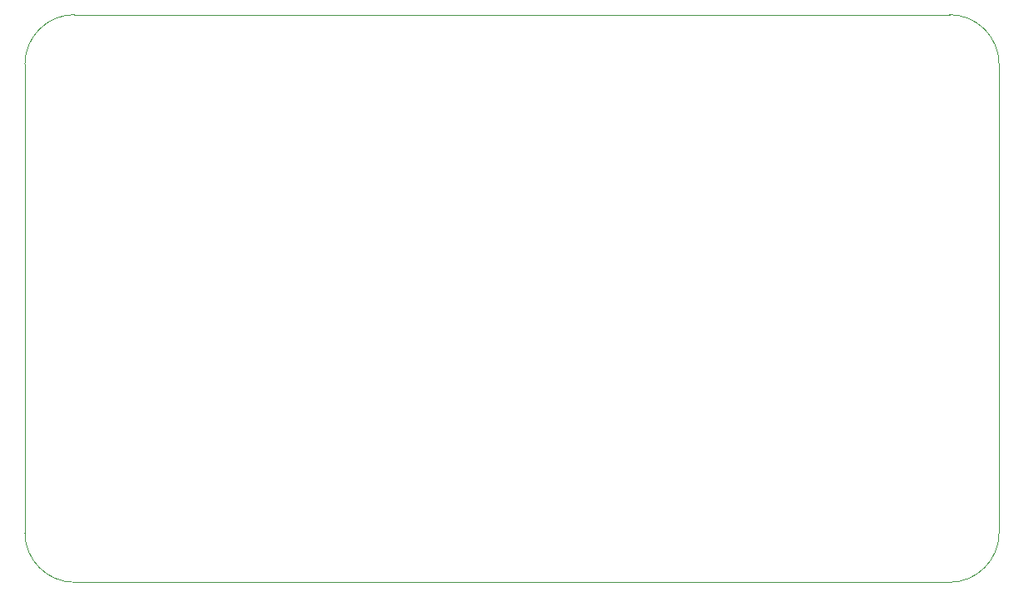
<source format=gbr>
G04 (created by PCBNEW (2013-07-07 BZR 4022)-stable) date 04/07/2014 12:13:24*
%MOIN*%
G04 Gerber Fmt 3.4, Leading zero omitted, Abs format*
%FSLAX34Y34*%
G01*
G70*
G90*
G04 APERTURE LIST*
%ADD10C,0.00590551*%
%ADD11C,0.00393701*%
G04 APERTURE END LIST*
G54D10*
G54D11*
X35531Y-48472D02*
X35531Y-29722D01*
X35531Y-48472D02*
G75*
G03X37518Y-50460I1987J0D01*
G74*
G01*
X72520Y-50460D02*
X37518Y-50460D01*
X72520Y-50460D02*
G75*
G03X74507Y-48472I0J1987D01*
G74*
G01*
X74507Y-29722D02*
X74507Y-48472D01*
X74507Y-29722D02*
G75*
G03X72520Y-27735I-1987J0D01*
G74*
G01*
X37518Y-27735D02*
X72520Y-27735D01*
X37518Y-27735D02*
G75*
G03X35531Y-29722I0J-1987D01*
G74*
G01*
M02*

</source>
